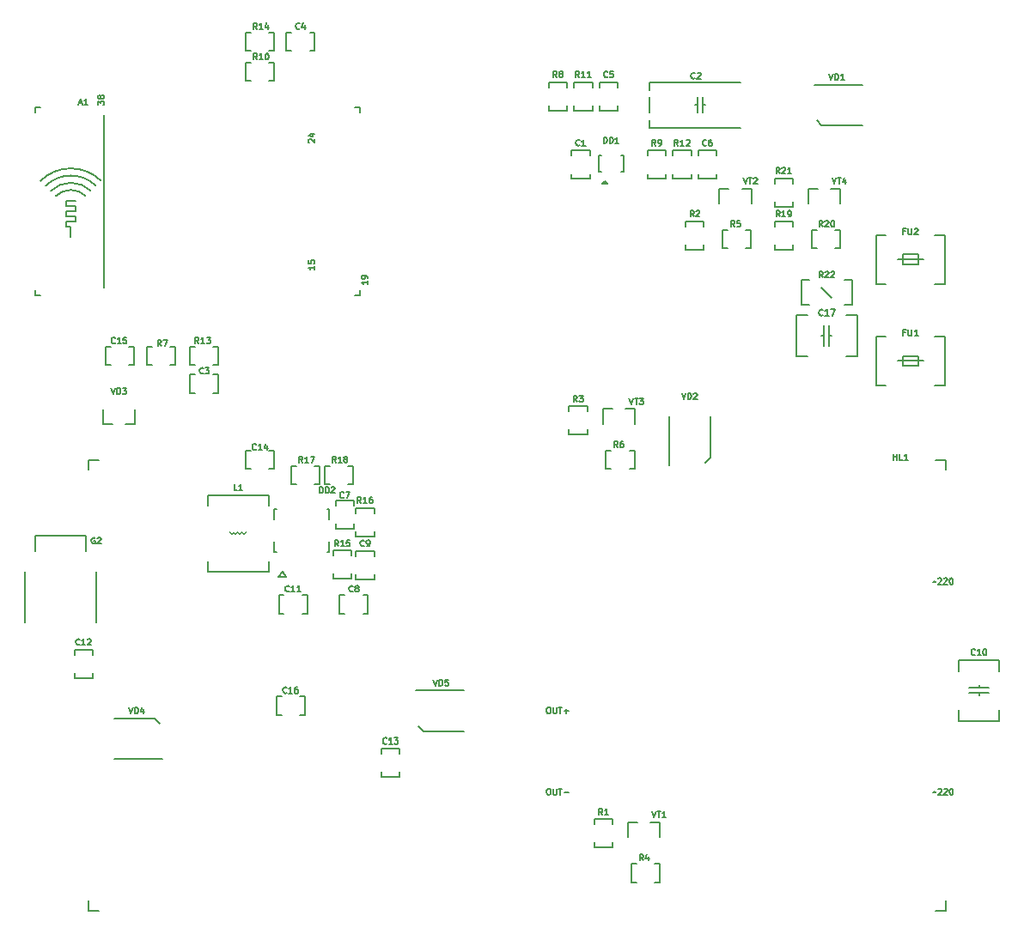
<source format=gbr>
G04 #@! TF.GenerationSoftware,KiCad,Pcbnew,(5.1.2-1)-1*
G04 #@! TF.CreationDate,2020-09-08T18:19:47+03:00*
G04 #@! TF.ProjectId,UAK_0,55414b5f-302e-46b6-9963-61645f706362,rev?*
G04 #@! TF.SameCoordinates,Original*
G04 #@! TF.FileFunction,Legend,Top*
G04 #@! TF.FilePolarity,Positive*
%FSLAX46Y46*%
G04 Gerber Fmt 4.6, Leading zero omitted, Abs format (unit mm)*
G04 Created by KiCad (PCBNEW (5.1.2-1)-1) date 2020-09-08 18:19:47*
%MOMM*%
%LPD*%
G04 APERTURE LIST*
%ADD10C,0.150000*%
G04 APERTURE END LIST*
D10*
X160350000Y-73600000D02*
X160350000Y-76400000D01*
X167150000Y-73600000D02*
X167150000Y-76400000D01*
X163000000Y-75500000D02*
X163000000Y-74500000D01*
X164500000Y-75500000D02*
X163000000Y-75500000D01*
X164500000Y-74500000D02*
X164500000Y-75500000D01*
X163000000Y-74500000D02*
X164500000Y-74500000D01*
X162500000Y-75000000D02*
X165000000Y-75000000D01*
X160350000Y-72600000D02*
X161350000Y-72600000D01*
X160350000Y-72600000D02*
X160350000Y-73600000D01*
X160350000Y-77400000D02*
X160350000Y-76400000D01*
X160350000Y-77400000D02*
X161350000Y-77400000D01*
X167150000Y-77400000D02*
X167150000Y-76400000D01*
X167150000Y-77400000D02*
X166150000Y-77400000D01*
X167150000Y-72600000D02*
X167150000Y-73600000D01*
X167150000Y-72600000D02*
X166150000Y-72600000D01*
X167250000Y-139250000D02*
X167250000Y-138250000D01*
X167250000Y-139250000D02*
X166250000Y-139250000D01*
X82750000Y-139250000D02*
X83750000Y-139250000D01*
X82750000Y-139250000D02*
X82750000Y-138250000D01*
X82750000Y-94750000D02*
X82750000Y-95750000D01*
X82750000Y-94750000D02*
X83750000Y-94750000D01*
X167250000Y-94750000D02*
X167250000Y-95750000D01*
X167250000Y-94750000D02*
X166250000Y-94750000D01*
X153670000Y-67990000D02*
X153670000Y-69450000D01*
X156830000Y-67990000D02*
X156830000Y-69450000D01*
X153670000Y-67990000D02*
X154600000Y-67990000D01*
X156830000Y-67990000D02*
X155900000Y-67990000D01*
X155500000Y-78250000D02*
X155000000Y-77750000D01*
X155500000Y-78250000D02*
X156000000Y-78750000D01*
X158000000Y-79500000D02*
X158000000Y-77000000D01*
X153000000Y-79500000D02*
X153000000Y-77000000D01*
X153000000Y-77000000D02*
X153750000Y-77000000D01*
X153750000Y-79500000D02*
X153000000Y-79500000D01*
X158000000Y-77000000D02*
X157250000Y-77000000D01*
X157250000Y-79500000D02*
X158000000Y-79500000D01*
X150350000Y-69800000D02*
X150350000Y-69300000D01*
X152150000Y-69800000D02*
X152150000Y-69300000D01*
X152150000Y-69800000D02*
X150350000Y-69800000D01*
X150350000Y-67000000D02*
X150350000Y-67500000D01*
X152150000Y-67000000D02*
X150350000Y-67000000D01*
X152150000Y-67000000D02*
X152150000Y-67500000D01*
X156800000Y-73900000D02*
X156300000Y-73900000D01*
X156800000Y-72100000D02*
X156300000Y-72100000D01*
X156800000Y-72100000D02*
X156800000Y-73900000D01*
X154000000Y-73900000D02*
X154500000Y-73900000D01*
X154000000Y-72100000D02*
X154000000Y-73900000D01*
X154000000Y-72100000D02*
X154500000Y-72100000D01*
X150350000Y-74050000D02*
X150350000Y-73550000D01*
X152150000Y-74050000D02*
X152150000Y-73550000D01*
X152150000Y-74050000D02*
X150350000Y-74050000D01*
X150350000Y-71250000D02*
X150350000Y-71750000D01*
X152150000Y-71250000D02*
X150350000Y-71250000D01*
X152150000Y-71250000D02*
X152150000Y-71750000D01*
X158500000Y-84500000D02*
X157400000Y-84500000D01*
X158500000Y-80500000D02*
X158500000Y-84500000D01*
X152500000Y-80500000D02*
X152500000Y-84500000D01*
X152500000Y-80500000D02*
X153600000Y-80500000D01*
X152500000Y-84500000D02*
X153600000Y-84500000D01*
X158500000Y-80500000D02*
X157400000Y-80500000D01*
X155750000Y-81500000D02*
X155750000Y-83500000D01*
X155250000Y-81500000D02*
X155250000Y-83500000D01*
X155750000Y-82500000D02*
X156000000Y-82500000D01*
X155250000Y-82500000D02*
X155000000Y-82500000D01*
X119750000Y-117500000D02*
X115000000Y-117500000D01*
X115250000Y-121000000D02*
X115750000Y-121500000D01*
X119750000Y-121500000D02*
X115750000Y-121500000D01*
X85250000Y-124250000D02*
X90000000Y-124250000D01*
X89750000Y-120750000D02*
X89250000Y-120250000D01*
X85250000Y-120250000D02*
X89250000Y-120250000D01*
X140350000Y-67050000D02*
X140350000Y-66550000D01*
X142150000Y-67050000D02*
X142150000Y-66550000D01*
X142150000Y-67050000D02*
X140350000Y-67050000D01*
X140350000Y-64250000D02*
X140350000Y-64750000D01*
X142150000Y-64250000D02*
X140350000Y-64250000D01*
X142150000Y-64250000D02*
X142150000Y-64750000D01*
X137850000Y-67050000D02*
X137850000Y-66550000D01*
X139650000Y-67050000D02*
X139650000Y-66550000D01*
X139650000Y-67050000D02*
X137850000Y-67050000D01*
X137850000Y-64250000D02*
X137850000Y-64750000D01*
X139650000Y-64250000D02*
X137850000Y-64250000D01*
X139650000Y-64250000D02*
X139650000Y-64750000D01*
X133600000Y-67250000D02*
X133350000Y-67500000D01*
X135500000Y-64700000D02*
X135500000Y-66300000D01*
X135500000Y-66300000D02*
X135250000Y-66300000D01*
X135250000Y-64700000D02*
X135500000Y-64700000D01*
X133000000Y-64700000D02*
X133250000Y-64700000D01*
X133000000Y-66300000D02*
X133000000Y-64700000D01*
X133250000Y-66300000D02*
X133000000Y-66300000D01*
X133850000Y-67500000D02*
X133350000Y-67500000D01*
X133600000Y-67250000D02*
X133850000Y-67500000D01*
X133600000Y-67250000D02*
X133600000Y-67500000D01*
X142850000Y-67050000D02*
X142850000Y-66550000D01*
X144650000Y-67050000D02*
X144650000Y-66550000D01*
X144650000Y-67050000D02*
X142850000Y-67050000D01*
X142850000Y-64250000D02*
X142850000Y-64750000D01*
X144650000Y-64250000D02*
X142850000Y-64250000D01*
X144650000Y-64250000D02*
X144650000Y-64750000D01*
X138000000Y-59000000D02*
X138000000Y-60500000D01*
X138000000Y-62000000D02*
X147000000Y-62000000D01*
X138000000Y-62000000D02*
X138000000Y-61250000D01*
X138000000Y-57500000D02*
X138000000Y-58250000D01*
X138000000Y-57500000D02*
X147000000Y-57500000D01*
X143250000Y-59750000D02*
X143500000Y-59750000D01*
X142750000Y-59750000D02*
X142500000Y-59750000D01*
X143250000Y-59000000D02*
X143250000Y-60500000D01*
X142750000Y-59000000D02*
X142750000Y-60500000D01*
X130350000Y-67050000D02*
X130350000Y-66550000D01*
X132150000Y-67050000D02*
X132150000Y-66550000D01*
X132150000Y-67050000D02*
X130350000Y-67050000D01*
X130350000Y-64250000D02*
X130350000Y-64750000D01*
X132150000Y-64250000D02*
X130350000Y-64250000D01*
X132150000Y-64250000D02*
X132150000Y-64750000D01*
X133420000Y-89740000D02*
X133420000Y-91200000D01*
X136580000Y-89740000D02*
X136580000Y-91200000D01*
X133420000Y-89740000D02*
X134350000Y-89740000D01*
X136580000Y-89740000D02*
X135650000Y-89740000D01*
X144920000Y-67990000D02*
X144920000Y-69450000D01*
X148080000Y-67990000D02*
X148080000Y-69450000D01*
X144920000Y-67990000D02*
X145850000Y-67990000D01*
X148080000Y-67990000D02*
X147150000Y-67990000D01*
X135920000Y-130490000D02*
X135920000Y-131950000D01*
X139080000Y-130490000D02*
X139080000Y-131950000D01*
X135920000Y-130490000D02*
X136850000Y-130490000D01*
X139080000Y-130490000D02*
X138150000Y-130490000D01*
X140000000Y-90500000D02*
X140000000Y-95250000D01*
X143500000Y-95000000D02*
X144000000Y-94500000D01*
X144000000Y-90500000D02*
X144000000Y-94500000D01*
X159000000Y-57750000D02*
X154250000Y-57750000D01*
X154500000Y-61250000D02*
X155000000Y-61750000D01*
X159000000Y-61750000D02*
X155000000Y-61750000D01*
X130600000Y-60300000D02*
X130600000Y-59800000D01*
X132400000Y-60300000D02*
X132400000Y-59800000D01*
X132400000Y-60300000D02*
X130600000Y-60300000D01*
X130600000Y-57500000D02*
X130600000Y-58000000D01*
X132400000Y-57500000D02*
X130600000Y-57500000D01*
X132400000Y-57500000D02*
X132400000Y-58000000D01*
X128100000Y-60300000D02*
X128100000Y-59800000D01*
X129900000Y-60300000D02*
X129900000Y-59800000D01*
X129900000Y-60300000D02*
X128100000Y-60300000D01*
X128100000Y-57500000D02*
X128100000Y-58000000D01*
X129900000Y-57500000D02*
X128100000Y-57500000D01*
X129900000Y-57500000D02*
X129900000Y-58000000D01*
X136550000Y-95650000D02*
X136050000Y-95650000D01*
X136550000Y-93850000D02*
X136050000Y-93850000D01*
X136550000Y-93850000D02*
X136550000Y-95650000D01*
X133750000Y-95650000D02*
X134250000Y-95650000D01*
X133750000Y-93850000D02*
X133750000Y-95650000D01*
X133750000Y-93850000D02*
X134250000Y-93850000D01*
X148050000Y-73900000D02*
X147550000Y-73900000D01*
X148050000Y-72100000D02*
X147550000Y-72100000D01*
X148050000Y-72100000D02*
X148050000Y-73900000D01*
X145250000Y-73900000D02*
X145750000Y-73900000D01*
X145250000Y-72100000D02*
X145250000Y-73900000D01*
X145250000Y-72100000D02*
X145750000Y-72100000D01*
X139050000Y-136400000D02*
X138550000Y-136400000D01*
X139050000Y-134600000D02*
X138550000Y-134600000D01*
X139050000Y-134600000D02*
X139050000Y-136400000D01*
X136250000Y-136400000D02*
X136750000Y-136400000D01*
X136250000Y-134600000D02*
X136250000Y-136400000D01*
X136250000Y-134600000D02*
X136750000Y-134600000D01*
X131900000Y-89450000D02*
X131900000Y-89950000D01*
X130100000Y-89450000D02*
X130100000Y-89950000D01*
X130100000Y-89450000D02*
X131900000Y-89450000D01*
X131900000Y-92250000D02*
X131900000Y-91750000D01*
X130100000Y-92250000D02*
X131900000Y-92250000D01*
X130100000Y-92250000D02*
X130100000Y-91750000D01*
X141600000Y-74050000D02*
X141600000Y-73550000D01*
X143400000Y-74050000D02*
X143400000Y-73550000D01*
X143400000Y-74050000D02*
X141600000Y-74050000D01*
X141600000Y-71250000D02*
X141600000Y-71750000D01*
X143400000Y-71250000D02*
X141600000Y-71250000D01*
X143400000Y-71250000D02*
X143400000Y-71750000D01*
X134400000Y-130200000D02*
X134400000Y-130700000D01*
X132600000Y-130200000D02*
X132600000Y-130700000D01*
X132600000Y-130200000D02*
X134400000Y-130200000D01*
X134400000Y-133000000D02*
X134400000Y-132500000D01*
X132600000Y-133000000D02*
X134400000Y-133000000D01*
X132600000Y-133000000D02*
X132600000Y-132500000D01*
X133100000Y-60300000D02*
X133100000Y-59800000D01*
X134900000Y-60300000D02*
X134900000Y-59800000D01*
X134900000Y-60300000D02*
X133100000Y-60300000D01*
X133100000Y-57500000D02*
X133100000Y-58000000D01*
X134900000Y-57500000D02*
X133100000Y-57500000D01*
X134900000Y-57500000D02*
X134900000Y-58000000D01*
X105050000Y-54400000D02*
X104550000Y-54400000D01*
X105050000Y-52600000D02*
X104550000Y-52600000D01*
X105050000Y-52600000D02*
X105050000Y-54400000D01*
X102250000Y-54400000D02*
X102750000Y-54400000D01*
X102250000Y-52600000D02*
X102250000Y-54400000D01*
X102250000Y-52600000D02*
X102750000Y-52600000D01*
X95550000Y-88150000D02*
X95050000Y-88150000D01*
X95550000Y-86350000D02*
X95050000Y-86350000D01*
X95550000Y-86350000D02*
X95550000Y-88150000D01*
X92750000Y-88150000D02*
X93250000Y-88150000D01*
X92750000Y-86350000D02*
X92750000Y-88150000D01*
X92750000Y-86350000D02*
X93250000Y-86350000D01*
X87330000Y-91260000D02*
X87330000Y-89800000D01*
X84170000Y-91260000D02*
X84170000Y-89800000D01*
X87330000Y-91260000D02*
X86400000Y-91260000D01*
X84170000Y-91260000D02*
X85100000Y-91260000D01*
X101050000Y-54400000D02*
X100550000Y-54400000D01*
X101050000Y-52600000D02*
X100550000Y-52600000D01*
X101050000Y-52600000D02*
X101050000Y-54400000D01*
X98250000Y-54400000D02*
X98750000Y-54400000D01*
X98250000Y-52600000D02*
X98250000Y-54400000D01*
X98250000Y-52600000D02*
X98750000Y-52600000D01*
X92700000Y-83600000D02*
X93200000Y-83600000D01*
X92700000Y-85400000D02*
X93200000Y-85400000D01*
X92700000Y-85400000D02*
X92700000Y-83600000D01*
X95500000Y-83600000D02*
X95000000Y-83600000D01*
X95500000Y-85400000D02*
X95500000Y-83600000D01*
X95500000Y-85400000D02*
X95000000Y-85400000D01*
X101050000Y-57400000D02*
X100550000Y-57400000D01*
X101050000Y-55600000D02*
X100550000Y-55600000D01*
X101050000Y-55600000D02*
X101050000Y-57400000D01*
X98250000Y-57400000D02*
X98750000Y-57400000D01*
X98250000Y-55600000D02*
X98250000Y-57400000D01*
X98250000Y-55600000D02*
X98750000Y-55600000D01*
X91300000Y-85400000D02*
X90800000Y-85400000D01*
X91300000Y-83600000D02*
X90800000Y-83600000D01*
X91300000Y-83600000D02*
X91300000Y-85400000D01*
X88500000Y-85400000D02*
X89000000Y-85400000D01*
X88500000Y-83600000D02*
X88500000Y-85400000D01*
X88500000Y-83600000D02*
X89000000Y-83600000D01*
X108800000Y-97150000D02*
X108300000Y-97150000D01*
X108800000Y-95350000D02*
X108300000Y-95350000D01*
X108800000Y-95350000D02*
X108800000Y-97150000D01*
X106000000Y-97150000D02*
X106500000Y-97150000D01*
X106000000Y-95350000D02*
X106000000Y-97150000D01*
X106000000Y-95350000D02*
X106500000Y-95350000D01*
X105550000Y-97150000D02*
X105050000Y-97150000D01*
X105550000Y-95350000D02*
X105050000Y-95350000D01*
X105550000Y-95350000D02*
X105550000Y-97150000D01*
X102750000Y-97150000D02*
X103250000Y-97150000D01*
X102750000Y-95350000D02*
X102750000Y-97150000D01*
X102750000Y-95350000D02*
X103250000Y-95350000D01*
X109100000Y-102300000D02*
X109100000Y-101800000D01*
X110900000Y-102300000D02*
X110900000Y-101800000D01*
X110900000Y-102300000D02*
X109100000Y-102300000D01*
X109100000Y-99500000D02*
X109100000Y-100000000D01*
X110900000Y-99500000D02*
X109100000Y-99500000D01*
X110900000Y-99500000D02*
X110900000Y-100000000D01*
X108650000Y-103700000D02*
X108650000Y-104200000D01*
X106850000Y-103700000D02*
X106850000Y-104200000D01*
X106850000Y-103700000D02*
X108650000Y-103700000D01*
X108650000Y-106500000D02*
X108650000Y-106000000D01*
X106850000Y-106500000D02*
X108650000Y-106500000D01*
X106850000Y-106500000D02*
X106850000Y-106000000D01*
X94500000Y-98250000D02*
X94500000Y-99250000D01*
X94500000Y-98250000D02*
X100500000Y-98250000D01*
X100500000Y-98250000D02*
X100500000Y-99250000D01*
X100500000Y-105750000D02*
X94500000Y-105750000D01*
X94500000Y-105750000D02*
X94500000Y-104750000D01*
X97850000Y-101900000D02*
G75*
G03X98050000Y-102100000I200000J0D01*
G01*
X98050000Y-102100000D02*
G75*
G03X98250000Y-101900000I0J200000D01*
G01*
X100500000Y-105750000D02*
X100500000Y-104750000D01*
X96650000Y-101900000D02*
G75*
G03X96850000Y-102100000I200000J0D01*
G01*
X96850000Y-102100000D02*
G75*
G03X97050000Y-101900000I0J200000D01*
G01*
X97050000Y-101900000D02*
G75*
G03X97250000Y-102100000I200000J0D01*
G01*
X97250000Y-102100000D02*
G75*
G03X97450000Y-101900000I0J200000D01*
G01*
X97650000Y-102100000D02*
G75*
G03X97850000Y-101900000I0J200000D01*
G01*
X97450000Y-101900000D02*
G75*
G03X97650000Y-102100000I200000J0D01*
G01*
X83500000Y-105750000D02*
X83500000Y-110750000D01*
X76500000Y-105750000D02*
X76500000Y-110750000D01*
X77500000Y-102250000D02*
X77500000Y-103750000D01*
X82500000Y-103750000D02*
X82500000Y-102250000D01*
X77500000Y-102250000D02*
X82500000Y-102250000D01*
X167150000Y-86400000D02*
X167150000Y-83600000D01*
X160350000Y-86400000D02*
X160350000Y-83600000D01*
X164500000Y-84500000D02*
X164500000Y-85500000D01*
X163000000Y-84500000D02*
X164500000Y-84500000D01*
X163000000Y-85500000D02*
X163000000Y-84500000D01*
X164500000Y-85500000D02*
X163000000Y-85500000D01*
X165000000Y-85000000D02*
X162500000Y-85000000D01*
X167150000Y-87400000D02*
X166150000Y-87400000D01*
X167150000Y-87400000D02*
X167150000Y-86400000D01*
X167150000Y-82600000D02*
X167150000Y-83600000D01*
X167150000Y-82600000D02*
X166150000Y-82600000D01*
X160350000Y-82600000D02*
X160350000Y-83600000D01*
X160350000Y-82600000D02*
X161350000Y-82600000D01*
X160350000Y-87400000D02*
X160350000Y-86400000D01*
X160350000Y-87400000D02*
X161350000Y-87400000D01*
X102250000Y-106300000D02*
X101450000Y-106300000D01*
X101850000Y-105800000D02*
X102250000Y-106300000D01*
X101850000Y-105800000D02*
X101450000Y-106300000D01*
X101050000Y-103850000D02*
X101050000Y-102850000D01*
X101250000Y-103850000D02*
X101050000Y-103850000D01*
X101050000Y-99650000D02*
X101050000Y-100650000D01*
X101250000Y-99650000D02*
X101050000Y-99650000D01*
X106450000Y-99650000D02*
X106450000Y-100650000D01*
X106250000Y-99650000D02*
X106450000Y-99650000D01*
X106450000Y-103850000D02*
X106450000Y-102850000D01*
X106250000Y-103850000D02*
X106450000Y-103850000D01*
X84450000Y-83600000D02*
X84950000Y-83600000D01*
X84450000Y-85400000D02*
X84950000Y-85400000D01*
X84450000Y-85400000D02*
X84450000Y-83600000D01*
X87250000Y-83600000D02*
X86750000Y-83600000D01*
X87250000Y-85400000D02*
X87250000Y-83600000D01*
X87250000Y-85400000D02*
X86750000Y-85400000D01*
X101050000Y-95650000D02*
X100550000Y-95650000D01*
X101050000Y-93850000D02*
X100550000Y-93850000D01*
X101050000Y-93850000D02*
X101050000Y-95650000D01*
X98250000Y-95650000D02*
X98750000Y-95650000D01*
X98250000Y-93850000D02*
X98250000Y-95650000D01*
X98250000Y-93850000D02*
X98750000Y-93850000D01*
X104050000Y-119900000D02*
X103550000Y-119900000D01*
X104050000Y-118100000D02*
X103550000Y-118100000D01*
X104050000Y-118100000D02*
X104050000Y-119900000D01*
X101250000Y-119900000D02*
X101750000Y-119900000D01*
X101250000Y-118100000D02*
X101250000Y-119900000D01*
X101250000Y-118100000D02*
X101750000Y-118100000D01*
X81350000Y-116300000D02*
X81350000Y-115800000D01*
X83150000Y-116300000D02*
X83150000Y-115800000D01*
X83150000Y-116300000D02*
X81350000Y-116300000D01*
X81350000Y-113500000D02*
X81350000Y-114000000D01*
X83150000Y-113500000D02*
X81350000Y-113500000D01*
X83150000Y-113500000D02*
X83150000Y-114000000D01*
X111600000Y-126050000D02*
X111600000Y-125550000D01*
X113400000Y-126050000D02*
X113400000Y-125550000D01*
X113400000Y-126050000D02*
X111600000Y-126050000D01*
X111600000Y-123250000D02*
X111600000Y-123750000D01*
X113400000Y-123250000D02*
X111600000Y-123250000D01*
X113400000Y-123250000D02*
X113400000Y-123750000D01*
X104300000Y-109900000D02*
X103800000Y-109900000D01*
X104300000Y-108100000D02*
X103800000Y-108100000D01*
X104300000Y-108100000D02*
X104300000Y-109900000D01*
X101500000Y-109900000D02*
X102000000Y-109900000D01*
X101500000Y-108100000D02*
X101500000Y-109900000D01*
X101500000Y-108100000D02*
X102000000Y-108100000D01*
X172500000Y-114500000D02*
X172500000Y-115600000D01*
X168500000Y-114500000D02*
X172500000Y-114500000D01*
X168500000Y-120500000D02*
X172500000Y-120500000D01*
X168500000Y-120500000D02*
X168500000Y-119400000D01*
X172500000Y-120500000D02*
X172500000Y-119400000D01*
X168500000Y-114500000D02*
X168500000Y-115600000D01*
X169500000Y-117250000D02*
X171500000Y-117250000D01*
X169500000Y-117750000D02*
X171500000Y-117750000D01*
X170500000Y-117250000D02*
X170500000Y-117000000D01*
X170500000Y-117750000D02*
X170500000Y-118000000D01*
X109100000Y-106550000D02*
X109100000Y-106050000D01*
X110900000Y-106550000D02*
X110900000Y-106050000D01*
X110900000Y-106550000D02*
X109100000Y-106550000D01*
X109100000Y-103750000D02*
X109100000Y-104250000D01*
X110900000Y-103750000D02*
X109100000Y-103750000D01*
X110900000Y-103750000D02*
X110900000Y-104250000D01*
X110300000Y-109900000D02*
X109800000Y-109900000D01*
X110300000Y-108100000D02*
X109800000Y-108100000D01*
X110300000Y-108100000D02*
X110300000Y-109900000D01*
X107500000Y-109900000D02*
X108000000Y-109900000D01*
X107500000Y-108100000D02*
X107500000Y-109900000D01*
X107500000Y-108100000D02*
X108000000Y-108100000D01*
X107100000Y-101550000D02*
X107100000Y-101050000D01*
X108900000Y-101550000D02*
X108900000Y-101050000D01*
X108900000Y-101550000D02*
X107100000Y-101550000D01*
X107100000Y-98750000D02*
X107100000Y-99250000D01*
X108900000Y-98750000D02*
X107100000Y-98750000D01*
X108900000Y-98750000D02*
X108900000Y-99250000D01*
X109500000Y-60000000D02*
X109500000Y-60500000D01*
X109500000Y-60000000D02*
X109000000Y-60000000D01*
X109500000Y-78500000D02*
X109500000Y-78000000D01*
X109500000Y-78500000D02*
X109000000Y-78500000D01*
X78000001Y-67250001D02*
G75*
G02X83999999Y-67250001I2999999J-2999999D01*
G01*
X78500001Y-67750001D02*
G75*
G02X83499999Y-67750001I2499999J-2499999D01*
G01*
X79000001Y-68250001D02*
G75*
G02X82999999Y-68250001I1999999J-1999999D01*
G01*
X79500001Y-68750001D02*
G75*
G02X82499999Y-68750001I1499999J-1499999D01*
G01*
X80500000Y-69250000D02*
X81500000Y-69250000D01*
X80500000Y-69750000D02*
X80500000Y-69250000D01*
X81500000Y-69750000D02*
X80500000Y-69750000D01*
X81500000Y-70250000D02*
X81500000Y-69750000D01*
X80500000Y-70250000D02*
X81500000Y-70250000D01*
X80500000Y-70750000D02*
X80500000Y-70250000D01*
X81500000Y-70750000D02*
X80500000Y-70750000D01*
X81500000Y-71250000D02*
X81500000Y-70750000D01*
X80500000Y-71250000D02*
X81500000Y-71250000D01*
X80500000Y-71750000D02*
X80500000Y-71250000D01*
X81000000Y-71750000D02*
X80500000Y-71750000D01*
X81000000Y-72750000D02*
X81000000Y-71750000D01*
X84250000Y-77750000D02*
X84250000Y-60750000D01*
X77500000Y-60000000D02*
X78000000Y-60000000D01*
X77500000Y-60000000D02*
X77500000Y-60500000D01*
X77500000Y-78500000D02*
X77500000Y-78000000D01*
X77500000Y-78500000D02*
X78000000Y-78500000D01*
X163235714Y-72207142D02*
X163035714Y-72207142D01*
X163035714Y-72521428D02*
X163035714Y-71921428D01*
X163321428Y-71921428D01*
X163550000Y-71921428D02*
X163550000Y-72407142D01*
X163578571Y-72464285D01*
X163607142Y-72492857D01*
X163664285Y-72521428D01*
X163778571Y-72521428D01*
X163835714Y-72492857D01*
X163864285Y-72464285D01*
X163892857Y-72407142D01*
X163892857Y-71921428D01*
X164150000Y-71978571D02*
X164178571Y-71950000D01*
X164235714Y-71921428D01*
X164378571Y-71921428D01*
X164435714Y-71950000D01*
X164464285Y-71978571D01*
X164492857Y-72035714D01*
X164492857Y-72092857D01*
X164464285Y-72178571D01*
X164121428Y-72521428D01*
X164492857Y-72521428D01*
X162050000Y-94771428D02*
X162050000Y-94171428D01*
X162050000Y-94457142D02*
X162392857Y-94457142D01*
X162392857Y-94771428D02*
X162392857Y-94171428D01*
X162964285Y-94771428D02*
X162678571Y-94771428D01*
X162678571Y-94171428D01*
X163478571Y-94771428D02*
X163135714Y-94771428D01*
X163307142Y-94771428D02*
X163307142Y-94171428D01*
X163250000Y-94257142D01*
X163192857Y-94314285D01*
X163135714Y-94342857D01*
X156035714Y-66921428D02*
X156235714Y-67521428D01*
X156435714Y-66921428D01*
X156550000Y-66921428D02*
X156892857Y-66921428D01*
X156721428Y-67521428D02*
X156721428Y-66921428D01*
X157350000Y-67121428D02*
X157350000Y-67521428D01*
X157207142Y-66892857D02*
X157064285Y-67321428D01*
X157435714Y-67321428D01*
X155114285Y-76771428D02*
X154914285Y-76485714D01*
X154771428Y-76771428D02*
X154771428Y-76171428D01*
X155000000Y-76171428D01*
X155057142Y-76200000D01*
X155085714Y-76228571D01*
X155114285Y-76285714D01*
X155114285Y-76371428D01*
X155085714Y-76428571D01*
X155057142Y-76457142D01*
X155000000Y-76485714D01*
X154771428Y-76485714D01*
X155342857Y-76228571D02*
X155371428Y-76200000D01*
X155428571Y-76171428D01*
X155571428Y-76171428D01*
X155628571Y-76200000D01*
X155657142Y-76228571D01*
X155685714Y-76285714D01*
X155685714Y-76342857D01*
X155657142Y-76428571D01*
X155314285Y-76771428D01*
X155685714Y-76771428D01*
X155914285Y-76228571D02*
X155942857Y-76200000D01*
X156000000Y-76171428D01*
X156142857Y-76171428D01*
X156200000Y-76200000D01*
X156228571Y-76228571D01*
X156257142Y-76285714D01*
X156257142Y-76342857D01*
X156228571Y-76428571D01*
X155885714Y-76771428D01*
X156257142Y-76771428D01*
X150864285Y-66521428D02*
X150664285Y-66235714D01*
X150521428Y-66521428D02*
X150521428Y-65921428D01*
X150750000Y-65921428D01*
X150807142Y-65950000D01*
X150835714Y-65978571D01*
X150864285Y-66035714D01*
X150864285Y-66121428D01*
X150835714Y-66178571D01*
X150807142Y-66207142D01*
X150750000Y-66235714D01*
X150521428Y-66235714D01*
X151092857Y-65978571D02*
X151121428Y-65950000D01*
X151178571Y-65921428D01*
X151321428Y-65921428D01*
X151378571Y-65950000D01*
X151407142Y-65978571D01*
X151435714Y-66035714D01*
X151435714Y-66092857D01*
X151407142Y-66178571D01*
X151064285Y-66521428D01*
X151435714Y-66521428D01*
X152007142Y-66521428D02*
X151664285Y-66521428D01*
X151835714Y-66521428D02*
X151835714Y-65921428D01*
X151778571Y-66007142D01*
X151721428Y-66064285D01*
X151664285Y-66092857D01*
X155114285Y-71771428D02*
X154914285Y-71485714D01*
X154771428Y-71771428D02*
X154771428Y-71171428D01*
X155000000Y-71171428D01*
X155057142Y-71200000D01*
X155085714Y-71228571D01*
X155114285Y-71285714D01*
X155114285Y-71371428D01*
X155085714Y-71428571D01*
X155057142Y-71457142D01*
X155000000Y-71485714D01*
X154771428Y-71485714D01*
X155342857Y-71228571D02*
X155371428Y-71200000D01*
X155428571Y-71171428D01*
X155571428Y-71171428D01*
X155628571Y-71200000D01*
X155657142Y-71228571D01*
X155685714Y-71285714D01*
X155685714Y-71342857D01*
X155657142Y-71428571D01*
X155314285Y-71771428D01*
X155685714Y-71771428D01*
X156057142Y-71171428D02*
X156114285Y-71171428D01*
X156171428Y-71200000D01*
X156200000Y-71228571D01*
X156228571Y-71285714D01*
X156257142Y-71400000D01*
X156257142Y-71542857D01*
X156228571Y-71657142D01*
X156200000Y-71714285D01*
X156171428Y-71742857D01*
X156114285Y-71771428D01*
X156057142Y-71771428D01*
X156000000Y-71742857D01*
X155971428Y-71714285D01*
X155942857Y-71657142D01*
X155914285Y-71542857D01*
X155914285Y-71400000D01*
X155942857Y-71285714D01*
X155971428Y-71228571D01*
X156000000Y-71200000D01*
X156057142Y-71171428D01*
X150864285Y-70771428D02*
X150664285Y-70485714D01*
X150521428Y-70771428D02*
X150521428Y-70171428D01*
X150750000Y-70171428D01*
X150807142Y-70200000D01*
X150835714Y-70228571D01*
X150864285Y-70285714D01*
X150864285Y-70371428D01*
X150835714Y-70428571D01*
X150807142Y-70457142D01*
X150750000Y-70485714D01*
X150521428Y-70485714D01*
X151435714Y-70771428D02*
X151092857Y-70771428D01*
X151264285Y-70771428D02*
X151264285Y-70171428D01*
X151207142Y-70257142D01*
X151150000Y-70314285D01*
X151092857Y-70342857D01*
X151721428Y-70771428D02*
X151835714Y-70771428D01*
X151892857Y-70742857D01*
X151921428Y-70714285D01*
X151978571Y-70628571D01*
X152007142Y-70514285D01*
X152007142Y-70285714D01*
X151978571Y-70228571D01*
X151950000Y-70200000D01*
X151892857Y-70171428D01*
X151778571Y-70171428D01*
X151721428Y-70200000D01*
X151692857Y-70228571D01*
X151664285Y-70285714D01*
X151664285Y-70428571D01*
X151692857Y-70485714D01*
X151721428Y-70514285D01*
X151778571Y-70542857D01*
X151892857Y-70542857D01*
X151950000Y-70514285D01*
X151978571Y-70485714D01*
X152007142Y-70428571D01*
X155114285Y-80464285D02*
X155085714Y-80492857D01*
X155000000Y-80521428D01*
X154942857Y-80521428D01*
X154857142Y-80492857D01*
X154800000Y-80435714D01*
X154771428Y-80378571D01*
X154742857Y-80264285D01*
X154742857Y-80178571D01*
X154771428Y-80064285D01*
X154800000Y-80007142D01*
X154857142Y-79950000D01*
X154942857Y-79921428D01*
X155000000Y-79921428D01*
X155085714Y-79950000D01*
X155114285Y-79978571D01*
X155685714Y-80521428D02*
X155342857Y-80521428D01*
X155514285Y-80521428D02*
X155514285Y-79921428D01*
X155457142Y-80007142D01*
X155400000Y-80064285D01*
X155342857Y-80092857D01*
X155885714Y-79921428D02*
X156285714Y-79921428D01*
X156028571Y-80521428D01*
X116714285Y-116421428D02*
X116914285Y-117021428D01*
X117114285Y-116421428D01*
X117314285Y-117021428D02*
X117314285Y-116421428D01*
X117457142Y-116421428D01*
X117542857Y-116450000D01*
X117600000Y-116507142D01*
X117628571Y-116564285D01*
X117657142Y-116678571D01*
X117657142Y-116764285D01*
X117628571Y-116878571D01*
X117600000Y-116935714D01*
X117542857Y-116992857D01*
X117457142Y-117021428D01*
X117314285Y-117021428D01*
X118200000Y-116421428D02*
X117914285Y-116421428D01*
X117885714Y-116707142D01*
X117914285Y-116678571D01*
X117971428Y-116650000D01*
X118114285Y-116650000D01*
X118171428Y-116678571D01*
X118200000Y-116707142D01*
X118228571Y-116764285D01*
X118228571Y-116907142D01*
X118200000Y-116964285D01*
X118171428Y-116992857D01*
X118114285Y-117021428D01*
X117971428Y-117021428D01*
X117914285Y-116992857D01*
X117885714Y-116964285D01*
X86714285Y-119171428D02*
X86914285Y-119771428D01*
X87114285Y-119171428D01*
X87314285Y-119771428D02*
X87314285Y-119171428D01*
X87457142Y-119171428D01*
X87542857Y-119200000D01*
X87600000Y-119257142D01*
X87628571Y-119314285D01*
X87657142Y-119428571D01*
X87657142Y-119514285D01*
X87628571Y-119628571D01*
X87600000Y-119685714D01*
X87542857Y-119742857D01*
X87457142Y-119771428D01*
X87314285Y-119771428D01*
X88171428Y-119371428D02*
X88171428Y-119771428D01*
X88028571Y-119142857D02*
X87885714Y-119571428D01*
X88257142Y-119571428D01*
X140864285Y-63771428D02*
X140664285Y-63485714D01*
X140521428Y-63771428D02*
X140521428Y-63171428D01*
X140750000Y-63171428D01*
X140807142Y-63200000D01*
X140835714Y-63228571D01*
X140864285Y-63285714D01*
X140864285Y-63371428D01*
X140835714Y-63428571D01*
X140807142Y-63457142D01*
X140750000Y-63485714D01*
X140521428Y-63485714D01*
X141435714Y-63771428D02*
X141092857Y-63771428D01*
X141264285Y-63771428D02*
X141264285Y-63171428D01*
X141207142Y-63257142D01*
X141150000Y-63314285D01*
X141092857Y-63342857D01*
X141664285Y-63228571D02*
X141692857Y-63200000D01*
X141750000Y-63171428D01*
X141892857Y-63171428D01*
X141950000Y-63200000D01*
X141978571Y-63228571D01*
X142007142Y-63285714D01*
X142007142Y-63342857D01*
X141978571Y-63428571D01*
X141635714Y-63771428D01*
X142007142Y-63771428D01*
X138650000Y-63771428D02*
X138450000Y-63485714D01*
X138307142Y-63771428D02*
X138307142Y-63171428D01*
X138535714Y-63171428D01*
X138592857Y-63200000D01*
X138621428Y-63228571D01*
X138650000Y-63285714D01*
X138650000Y-63371428D01*
X138621428Y-63428571D01*
X138592857Y-63457142D01*
X138535714Y-63485714D01*
X138307142Y-63485714D01*
X138935714Y-63771428D02*
X139050000Y-63771428D01*
X139107142Y-63742857D01*
X139135714Y-63714285D01*
X139192857Y-63628571D01*
X139221428Y-63514285D01*
X139221428Y-63285714D01*
X139192857Y-63228571D01*
X139164285Y-63200000D01*
X139107142Y-63171428D01*
X138992857Y-63171428D01*
X138935714Y-63200000D01*
X138907142Y-63228571D01*
X138878571Y-63285714D01*
X138878571Y-63428571D01*
X138907142Y-63485714D01*
X138935714Y-63514285D01*
X138992857Y-63542857D01*
X139107142Y-63542857D01*
X139164285Y-63514285D01*
X139192857Y-63485714D01*
X139221428Y-63428571D01*
X133507142Y-63521428D02*
X133507142Y-62921428D01*
X133650000Y-62921428D01*
X133735714Y-62950000D01*
X133792857Y-63007142D01*
X133821428Y-63064285D01*
X133850000Y-63178571D01*
X133850000Y-63264285D01*
X133821428Y-63378571D01*
X133792857Y-63435714D01*
X133735714Y-63492857D01*
X133650000Y-63521428D01*
X133507142Y-63521428D01*
X134107142Y-63521428D02*
X134107142Y-62921428D01*
X134250000Y-62921428D01*
X134335714Y-62950000D01*
X134392857Y-63007142D01*
X134421428Y-63064285D01*
X134450000Y-63178571D01*
X134450000Y-63264285D01*
X134421428Y-63378571D01*
X134392857Y-63435714D01*
X134335714Y-63492857D01*
X134250000Y-63521428D01*
X134107142Y-63521428D01*
X135021428Y-63521428D02*
X134678571Y-63521428D01*
X134850000Y-63521428D02*
X134850000Y-62921428D01*
X134792857Y-63007142D01*
X134735714Y-63064285D01*
X134678571Y-63092857D01*
X143650000Y-63714285D02*
X143621428Y-63742857D01*
X143535714Y-63771428D01*
X143478571Y-63771428D01*
X143392857Y-63742857D01*
X143335714Y-63685714D01*
X143307142Y-63628571D01*
X143278571Y-63514285D01*
X143278571Y-63428571D01*
X143307142Y-63314285D01*
X143335714Y-63257142D01*
X143392857Y-63200000D01*
X143478571Y-63171428D01*
X143535714Y-63171428D01*
X143621428Y-63200000D01*
X143650000Y-63228571D01*
X144164285Y-63171428D02*
X144050000Y-63171428D01*
X143992857Y-63200000D01*
X143964285Y-63228571D01*
X143907142Y-63314285D01*
X143878571Y-63428571D01*
X143878571Y-63657142D01*
X143907142Y-63714285D01*
X143935714Y-63742857D01*
X143992857Y-63771428D01*
X144107142Y-63771428D01*
X144164285Y-63742857D01*
X144192857Y-63714285D01*
X144221428Y-63657142D01*
X144221428Y-63514285D01*
X144192857Y-63457142D01*
X144164285Y-63428571D01*
X144107142Y-63400000D01*
X143992857Y-63400000D01*
X143935714Y-63428571D01*
X143907142Y-63457142D01*
X143878571Y-63514285D01*
X142499999Y-57114284D02*
X142471427Y-57142856D01*
X142385713Y-57171427D01*
X142328570Y-57171427D01*
X142242856Y-57142856D01*
X142185713Y-57085713D01*
X142157141Y-57028570D01*
X142128570Y-56914284D01*
X142128570Y-56828570D01*
X142157141Y-56714284D01*
X142185713Y-56657141D01*
X142242856Y-56599999D01*
X142328570Y-56571427D01*
X142385713Y-56571427D01*
X142471427Y-56599999D01*
X142499999Y-56628570D01*
X142728570Y-56628570D02*
X142757141Y-56599999D01*
X142814284Y-56571427D01*
X142957141Y-56571427D01*
X143014284Y-56599999D01*
X143042856Y-56628570D01*
X143071427Y-56685713D01*
X143071427Y-56742856D01*
X143042856Y-56828570D01*
X142699999Y-57171427D01*
X143071427Y-57171427D01*
X131150000Y-63714285D02*
X131121428Y-63742857D01*
X131035714Y-63771428D01*
X130978571Y-63771428D01*
X130892857Y-63742857D01*
X130835714Y-63685714D01*
X130807142Y-63628571D01*
X130778571Y-63514285D01*
X130778571Y-63428571D01*
X130807142Y-63314285D01*
X130835714Y-63257142D01*
X130892857Y-63200000D01*
X130978571Y-63171428D01*
X131035714Y-63171428D01*
X131121428Y-63200000D01*
X131150000Y-63228571D01*
X131721428Y-63771428D02*
X131378571Y-63771428D01*
X131550000Y-63771428D02*
X131550000Y-63171428D01*
X131492857Y-63257142D01*
X131435714Y-63314285D01*
X131378571Y-63342857D01*
X136035714Y-88671428D02*
X136235714Y-89271428D01*
X136435714Y-88671428D01*
X136550000Y-88671428D02*
X136892857Y-88671428D01*
X136721428Y-89271428D02*
X136721428Y-88671428D01*
X137035714Y-88671428D02*
X137407142Y-88671428D01*
X137207142Y-88900000D01*
X137292857Y-88900000D01*
X137350000Y-88928571D01*
X137378571Y-88957142D01*
X137407142Y-89014285D01*
X137407142Y-89157142D01*
X137378571Y-89214285D01*
X137350000Y-89242857D01*
X137292857Y-89271428D01*
X137121428Y-89271428D01*
X137064285Y-89242857D01*
X137035714Y-89214285D01*
X147285714Y-66921428D02*
X147485714Y-67521428D01*
X147685714Y-66921428D01*
X147800000Y-66921428D02*
X148142857Y-66921428D01*
X147971428Y-67521428D02*
X147971428Y-66921428D01*
X148314285Y-66978571D02*
X148342857Y-66950000D01*
X148400000Y-66921428D01*
X148542857Y-66921428D01*
X148600000Y-66950000D01*
X148628571Y-66978571D01*
X148657142Y-67035714D01*
X148657142Y-67092857D01*
X148628571Y-67178571D01*
X148285714Y-67521428D01*
X148657142Y-67521428D01*
X138285714Y-129421428D02*
X138485714Y-130021428D01*
X138685714Y-129421428D01*
X138800000Y-129421428D02*
X139142857Y-129421428D01*
X138971428Y-130021428D02*
X138971428Y-129421428D01*
X139657142Y-130021428D02*
X139314285Y-130021428D01*
X139485714Y-130021428D02*
X139485714Y-129421428D01*
X139428571Y-129507142D01*
X139371428Y-129564285D01*
X139314285Y-129592857D01*
X141214285Y-88171428D02*
X141414285Y-88771428D01*
X141614285Y-88171428D01*
X141814285Y-88771428D02*
X141814285Y-88171428D01*
X141957142Y-88171428D01*
X142042857Y-88200000D01*
X142100000Y-88257142D01*
X142128571Y-88314285D01*
X142157142Y-88428571D01*
X142157142Y-88514285D01*
X142128571Y-88628571D01*
X142100000Y-88685714D01*
X142042857Y-88742857D01*
X141957142Y-88771428D01*
X141814285Y-88771428D01*
X142385714Y-88228571D02*
X142414285Y-88200000D01*
X142471428Y-88171428D01*
X142614285Y-88171428D01*
X142671428Y-88200000D01*
X142700000Y-88228571D01*
X142728571Y-88285714D01*
X142728571Y-88342857D01*
X142700000Y-88428571D01*
X142357142Y-88771428D01*
X142728571Y-88771428D01*
X155714285Y-56671428D02*
X155914285Y-57271428D01*
X156114285Y-56671428D01*
X156314285Y-57271428D02*
X156314285Y-56671428D01*
X156457142Y-56671428D01*
X156542857Y-56700000D01*
X156600000Y-56757142D01*
X156628571Y-56814285D01*
X156657142Y-56928571D01*
X156657142Y-57014285D01*
X156628571Y-57128571D01*
X156600000Y-57185714D01*
X156542857Y-57242857D01*
X156457142Y-57271428D01*
X156314285Y-57271428D01*
X157228571Y-57271428D02*
X156885714Y-57271428D01*
X157057142Y-57271428D02*
X157057142Y-56671428D01*
X157000000Y-56757142D01*
X156942857Y-56814285D01*
X156885714Y-56842857D01*
X131114285Y-57021428D02*
X130914285Y-56735714D01*
X130771428Y-57021428D02*
X130771428Y-56421428D01*
X131000000Y-56421428D01*
X131057142Y-56450000D01*
X131085714Y-56478571D01*
X131114285Y-56535714D01*
X131114285Y-56621428D01*
X131085714Y-56678571D01*
X131057142Y-56707142D01*
X131000000Y-56735714D01*
X130771428Y-56735714D01*
X131685714Y-57021428D02*
X131342857Y-57021428D01*
X131514285Y-57021428D02*
X131514285Y-56421428D01*
X131457142Y-56507142D01*
X131400000Y-56564285D01*
X131342857Y-56592857D01*
X132257142Y-57021428D02*
X131914285Y-57021428D01*
X132085714Y-57021428D02*
X132085714Y-56421428D01*
X132028571Y-56507142D01*
X131971428Y-56564285D01*
X131914285Y-56592857D01*
X128900000Y-57021428D02*
X128700000Y-56735714D01*
X128557142Y-57021428D02*
X128557142Y-56421428D01*
X128785714Y-56421428D01*
X128842857Y-56450000D01*
X128871428Y-56478571D01*
X128900000Y-56535714D01*
X128900000Y-56621428D01*
X128871428Y-56678571D01*
X128842857Y-56707142D01*
X128785714Y-56735714D01*
X128557142Y-56735714D01*
X129242857Y-56678571D02*
X129185714Y-56650000D01*
X129157142Y-56621428D01*
X129128571Y-56564285D01*
X129128571Y-56535714D01*
X129157142Y-56478571D01*
X129185714Y-56450000D01*
X129242857Y-56421428D01*
X129357142Y-56421428D01*
X129414285Y-56450000D01*
X129442857Y-56478571D01*
X129471428Y-56535714D01*
X129471428Y-56564285D01*
X129442857Y-56621428D01*
X129414285Y-56650000D01*
X129357142Y-56678571D01*
X129242857Y-56678571D01*
X129185714Y-56707142D01*
X129157142Y-56735714D01*
X129128571Y-56792857D01*
X129128571Y-56907142D01*
X129157142Y-56964285D01*
X129185714Y-56992857D01*
X129242857Y-57021428D01*
X129357142Y-57021428D01*
X129414285Y-56992857D01*
X129442857Y-56964285D01*
X129471428Y-56907142D01*
X129471428Y-56792857D01*
X129442857Y-56735714D01*
X129414285Y-56707142D01*
X129357142Y-56678571D01*
X134900000Y-93521428D02*
X134700000Y-93235714D01*
X134557142Y-93521428D02*
X134557142Y-92921428D01*
X134785714Y-92921428D01*
X134842857Y-92950000D01*
X134871428Y-92978571D01*
X134900000Y-93035714D01*
X134900000Y-93121428D01*
X134871428Y-93178571D01*
X134842857Y-93207142D01*
X134785714Y-93235714D01*
X134557142Y-93235714D01*
X135414285Y-92921428D02*
X135300000Y-92921428D01*
X135242857Y-92950000D01*
X135214285Y-92978571D01*
X135157142Y-93064285D01*
X135128571Y-93178571D01*
X135128571Y-93407142D01*
X135157142Y-93464285D01*
X135185714Y-93492857D01*
X135242857Y-93521428D01*
X135357142Y-93521428D01*
X135414285Y-93492857D01*
X135442857Y-93464285D01*
X135471428Y-93407142D01*
X135471428Y-93264285D01*
X135442857Y-93207142D01*
X135414285Y-93178571D01*
X135357142Y-93150000D01*
X135242857Y-93150000D01*
X135185714Y-93178571D01*
X135157142Y-93207142D01*
X135128571Y-93264285D01*
X146400000Y-71771428D02*
X146200000Y-71485714D01*
X146057142Y-71771428D02*
X146057142Y-71171428D01*
X146285714Y-71171428D01*
X146342857Y-71200000D01*
X146371428Y-71228571D01*
X146400000Y-71285714D01*
X146400000Y-71371428D01*
X146371428Y-71428571D01*
X146342857Y-71457142D01*
X146285714Y-71485714D01*
X146057142Y-71485714D01*
X146942857Y-71171428D02*
X146657142Y-71171428D01*
X146628571Y-71457142D01*
X146657142Y-71428571D01*
X146714285Y-71400000D01*
X146857142Y-71400000D01*
X146914285Y-71428571D01*
X146942857Y-71457142D01*
X146971428Y-71514285D01*
X146971428Y-71657142D01*
X146942857Y-71714285D01*
X146914285Y-71742857D01*
X146857142Y-71771428D01*
X146714285Y-71771428D01*
X146657142Y-71742857D01*
X146628571Y-71714285D01*
X137400000Y-134271428D02*
X137200000Y-133985714D01*
X137057142Y-134271428D02*
X137057142Y-133671428D01*
X137285714Y-133671428D01*
X137342857Y-133700000D01*
X137371428Y-133728571D01*
X137400000Y-133785714D01*
X137400000Y-133871428D01*
X137371428Y-133928571D01*
X137342857Y-133957142D01*
X137285714Y-133985714D01*
X137057142Y-133985714D01*
X137914285Y-133871428D02*
X137914285Y-134271428D01*
X137771428Y-133642857D02*
X137628571Y-134071428D01*
X138000000Y-134071428D01*
X130900000Y-89021428D02*
X130700000Y-88735714D01*
X130557142Y-89021428D02*
X130557142Y-88421428D01*
X130785714Y-88421428D01*
X130842857Y-88450000D01*
X130871428Y-88478571D01*
X130900000Y-88535714D01*
X130900000Y-88621428D01*
X130871428Y-88678571D01*
X130842857Y-88707142D01*
X130785714Y-88735714D01*
X130557142Y-88735714D01*
X131100000Y-88421428D02*
X131471428Y-88421428D01*
X131271428Y-88650000D01*
X131357142Y-88650000D01*
X131414285Y-88678571D01*
X131442857Y-88707142D01*
X131471428Y-88764285D01*
X131471428Y-88907142D01*
X131442857Y-88964285D01*
X131414285Y-88992857D01*
X131357142Y-89021428D01*
X131185714Y-89021428D01*
X131128571Y-88992857D01*
X131100000Y-88964285D01*
X142400000Y-70771428D02*
X142200000Y-70485714D01*
X142057142Y-70771428D02*
X142057142Y-70171428D01*
X142285714Y-70171428D01*
X142342857Y-70200000D01*
X142371428Y-70228571D01*
X142400000Y-70285714D01*
X142400000Y-70371428D01*
X142371428Y-70428571D01*
X142342857Y-70457142D01*
X142285714Y-70485714D01*
X142057142Y-70485714D01*
X142628571Y-70228571D02*
X142657142Y-70200000D01*
X142714285Y-70171428D01*
X142857142Y-70171428D01*
X142914285Y-70200000D01*
X142942857Y-70228571D01*
X142971428Y-70285714D01*
X142971428Y-70342857D01*
X142942857Y-70428571D01*
X142600000Y-70771428D01*
X142971428Y-70771428D01*
X133400000Y-129771428D02*
X133200000Y-129485714D01*
X133057142Y-129771428D02*
X133057142Y-129171428D01*
X133285714Y-129171428D01*
X133342857Y-129200000D01*
X133371428Y-129228571D01*
X133400000Y-129285714D01*
X133400000Y-129371428D01*
X133371428Y-129428571D01*
X133342857Y-129457142D01*
X133285714Y-129485714D01*
X133057142Y-129485714D01*
X133971428Y-129771428D02*
X133628571Y-129771428D01*
X133800000Y-129771428D02*
X133800000Y-129171428D01*
X133742857Y-129257142D01*
X133685714Y-129314285D01*
X133628571Y-129342857D01*
X133900000Y-56964285D02*
X133871428Y-56992857D01*
X133785714Y-57021428D01*
X133728571Y-57021428D01*
X133642857Y-56992857D01*
X133585714Y-56935714D01*
X133557142Y-56878571D01*
X133528571Y-56764285D01*
X133528571Y-56678571D01*
X133557142Y-56564285D01*
X133585714Y-56507142D01*
X133642857Y-56450000D01*
X133728571Y-56421428D01*
X133785714Y-56421428D01*
X133871428Y-56450000D01*
X133900000Y-56478571D01*
X134442857Y-56421428D02*
X134157142Y-56421428D01*
X134128571Y-56707142D01*
X134157142Y-56678571D01*
X134214285Y-56650000D01*
X134357142Y-56650000D01*
X134414285Y-56678571D01*
X134442857Y-56707142D01*
X134471428Y-56764285D01*
X134471428Y-56907142D01*
X134442857Y-56964285D01*
X134414285Y-56992857D01*
X134357142Y-57021428D01*
X134214285Y-57021428D01*
X134157142Y-56992857D01*
X134128571Y-56964285D01*
X103550000Y-52214285D02*
X103521428Y-52242857D01*
X103435714Y-52271428D01*
X103378571Y-52271428D01*
X103292857Y-52242857D01*
X103235714Y-52185714D01*
X103207142Y-52128571D01*
X103178571Y-52014285D01*
X103178571Y-51928571D01*
X103207142Y-51814285D01*
X103235714Y-51757142D01*
X103292857Y-51700000D01*
X103378571Y-51671428D01*
X103435714Y-51671428D01*
X103521428Y-51700000D01*
X103550000Y-51728571D01*
X104064285Y-51871428D02*
X104064285Y-52271428D01*
X103921428Y-51642857D02*
X103778571Y-52071428D01*
X104150000Y-52071428D01*
X94050000Y-86214285D02*
X94021428Y-86242857D01*
X93935714Y-86271428D01*
X93878571Y-86271428D01*
X93792857Y-86242857D01*
X93735714Y-86185714D01*
X93707142Y-86128571D01*
X93678571Y-86014285D01*
X93678571Y-85928571D01*
X93707142Y-85814285D01*
X93735714Y-85757142D01*
X93792857Y-85700000D01*
X93878571Y-85671428D01*
X93935714Y-85671428D01*
X94021428Y-85700000D01*
X94050000Y-85728571D01*
X94250000Y-85671428D02*
X94621428Y-85671428D01*
X94421428Y-85900000D01*
X94507142Y-85900000D01*
X94564285Y-85928571D01*
X94592857Y-85957142D01*
X94621428Y-86014285D01*
X94621428Y-86157142D01*
X94592857Y-86214285D01*
X94564285Y-86242857D01*
X94507142Y-86271428D01*
X94335714Y-86271428D01*
X94278571Y-86242857D01*
X94250000Y-86214285D01*
X84964285Y-87671428D02*
X85164285Y-88271428D01*
X85364285Y-87671428D01*
X85564285Y-88271428D02*
X85564285Y-87671428D01*
X85707142Y-87671428D01*
X85792857Y-87700000D01*
X85850000Y-87757142D01*
X85878571Y-87814285D01*
X85907142Y-87928571D01*
X85907142Y-88014285D01*
X85878571Y-88128571D01*
X85850000Y-88185714D01*
X85792857Y-88242857D01*
X85707142Y-88271428D01*
X85564285Y-88271428D01*
X86107142Y-87671428D02*
X86478571Y-87671428D01*
X86278571Y-87900000D01*
X86364285Y-87900000D01*
X86421428Y-87928571D01*
X86450000Y-87957142D01*
X86478571Y-88014285D01*
X86478571Y-88157142D01*
X86450000Y-88214285D01*
X86421428Y-88242857D01*
X86364285Y-88271428D01*
X86192857Y-88271428D01*
X86135714Y-88242857D01*
X86107142Y-88214285D01*
X99364285Y-52271428D02*
X99164285Y-51985714D01*
X99021428Y-52271428D02*
X99021428Y-51671428D01*
X99250000Y-51671428D01*
X99307142Y-51700000D01*
X99335714Y-51728571D01*
X99364285Y-51785714D01*
X99364285Y-51871428D01*
X99335714Y-51928571D01*
X99307142Y-51957142D01*
X99250000Y-51985714D01*
X99021428Y-51985714D01*
X99935714Y-52271428D02*
X99592857Y-52271428D01*
X99764285Y-52271428D02*
X99764285Y-51671428D01*
X99707142Y-51757142D01*
X99650000Y-51814285D01*
X99592857Y-51842857D01*
X100450000Y-51871428D02*
X100450000Y-52271428D01*
X100307142Y-51642857D02*
X100164285Y-52071428D01*
X100535714Y-52071428D01*
X93614285Y-83271428D02*
X93414285Y-82985714D01*
X93271428Y-83271428D02*
X93271428Y-82671428D01*
X93500000Y-82671428D01*
X93557142Y-82700000D01*
X93585714Y-82728571D01*
X93614285Y-82785714D01*
X93614285Y-82871428D01*
X93585714Y-82928571D01*
X93557142Y-82957142D01*
X93500000Y-82985714D01*
X93271428Y-82985714D01*
X94185714Y-83271428D02*
X93842857Y-83271428D01*
X94014285Y-83271428D02*
X94014285Y-82671428D01*
X93957142Y-82757142D01*
X93900000Y-82814285D01*
X93842857Y-82842857D01*
X94385714Y-82671428D02*
X94757142Y-82671428D01*
X94557142Y-82900000D01*
X94642857Y-82900000D01*
X94700000Y-82928571D01*
X94728571Y-82957142D01*
X94757142Y-83014285D01*
X94757142Y-83157142D01*
X94728571Y-83214285D01*
X94700000Y-83242857D01*
X94642857Y-83271428D01*
X94471428Y-83271428D01*
X94414285Y-83242857D01*
X94385714Y-83214285D01*
X99364285Y-55271428D02*
X99164285Y-54985714D01*
X99021428Y-55271428D02*
X99021428Y-54671428D01*
X99250000Y-54671428D01*
X99307142Y-54700000D01*
X99335714Y-54728571D01*
X99364285Y-54785714D01*
X99364285Y-54871428D01*
X99335714Y-54928571D01*
X99307142Y-54957142D01*
X99250000Y-54985714D01*
X99021428Y-54985714D01*
X99935714Y-55271428D02*
X99592857Y-55271428D01*
X99764285Y-55271428D02*
X99764285Y-54671428D01*
X99707142Y-54757142D01*
X99650000Y-54814285D01*
X99592857Y-54842857D01*
X100307142Y-54671428D02*
X100364285Y-54671428D01*
X100421428Y-54700000D01*
X100450000Y-54728571D01*
X100478571Y-54785714D01*
X100507142Y-54900000D01*
X100507142Y-55042857D01*
X100478571Y-55157142D01*
X100450000Y-55214285D01*
X100421428Y-55242857D01*
X100364285Y-55271428D01*
X100307142Y-55271428D01*
X100250000Y-55242857D01*
X100221428Y-55214285D01*
X100192857Y-55157142D01*
X100164285Y-55042857D01*
X100164285Y-54900000D01*
X100192857Y-54785714D01*
X100221428Y-54728571D01*
X100250000Y-54700000D01*
X100307142Y-54671428D01*
X89900000Y-83521428D02*
X89700000Y-83235714D01*
X89557142Y-83521428D02*
X89557142Y-82921428D01*
X89785714Y-82921428D01*
X89842857Y-82950000D01*
X89871428Y-82978571D01*
X89900000Y-83035714D01*
X89900000Y-83121428D01*
X89871428Y-83178571D01*
X89842857Y-83207142D01*
X89785714Y-83235714D01*
X89557142Y-83235714D01*
X90100000Y-82921428D02*
X90500000Y-82921428D01*
X90242857Y-83521428D01*
X107114285Y-95021428D02*
X106914285Y-94735714D01*
X106771428Y-95021428D02*
X106771428Y-94421428D01*
X107000000Y-94421428D01*
X107057142Y-94450000D01*
X107085714Y-94478571D01*
X107114285Y-94535714D01*
X107114285Y-94621428D01*
X107085714Y-94678571D01*
X107057142Y-94707142D01*
X107000000Y-94735714D01*
X106771428Y-94735714D01*
X107685714Y-95021428D02*
X107342857Y-95021428D01*
X107514285Y-95021428D02*
X107514285Y-94421428D01*
X107457142Y-94507142D01*
X107400000Y-94564285D01*
X107342857Y-94592857D01*
X108028571Y-94678571D02*
X107971428Y-94650000D01*
X107942857Y-94621428D01*
X107914285Y-94564285D01*
X107914285Y-94535714D01*
X107942857Y-94478571D01*
X107971428Y-94450000D01*
X108028571Y-94421428D01*
X108142857Y-94421428D01*
X108200000Y-94450000D01*
X108228571Y-94478571D01*
X108257142Y-94535714D01*
X108257142Y-94564285D01*
X108228571Y-94621428D01*
X108200000Y-94650000D01*
X108142857Y-94678571D01*
X108028571Y-94678571D01*
X107971428Y-94707142D01*
X107942857Y-94735714D01*
X107914285Y-94792857D01*
X107914285Y-94907142D01*
X107942857Y-94964285D01*
X107971428Y-94992857D01*
X108028571Y-95021428D01*
X108142857Y-95021428D01*
X108200000Y-94992857D01*
X108228571Y-94964285D01*
X108257142Y-94907142D01*
X108257142Y-94792857D01*
X108228571Y-94735714D01*
X108200000Y-94707142D01*
X108142857Y-94678571D01*
X103864285Y-95021428D02*
X103664285Y-94735714D01*
X103521428Y-95021428D02*
X103521428Y-94421428D01*
X103750000Y-94421428D01*
X103807142Y-94450000D01*
X103835714Y-94478571D01*
X103864285Y-94535714D01*
X103864285Y-94621428D01*
X103835714Y-94678571D01*
X103807142Y-94707142D01*
X103750000Y-94735714D01*
X103521428Y-94735714D01*
X104435714Y-95021428D02*
X104092857Y-95021428D01*
X104264285Y-95021428D02*
X104264285Y-94421428D01*
X104207142Y-94507142D01*
X104150000Y-94564285D01*
X104092857Y-94592857D01*
X104635714Y-94421428D02*
X105035714Y-94421428D01*
X104778571Y-95021428D01*
X109614285Y-99021428D02*
X109414285Y-98735714D01*
X109271428Y-99021428D02*
X109271428Y-98421428D01*
X109500000Y-98421428D01*
X109557142Y-98450000D01*
X109585714Y-98478571D01*
X109614285Y-98535714D01*
X109614285Y-98621428D01*
X109585714Y-98678571D01*
X109557142Y-98707142D01*
X109500000Y-98735714D01*
X109271428Y-98735714D01*
X110185714Y-99021428D02*
X109842857Y-99021428D01*
X110014285Y-99021428D02*
X110014285Y-98421428D01*
X109957142Y-98507142D01*
X109900000Y-98564285D01*
X109842857Y-98592857D01*
X110700000Y-98421428D02*
X110585714Y-98421428D01*
X110528571Y-98450000D01*
X110500000Y-98478571D01*
X110442857Y-98564285D01*
X110414285Y-98678571D01*
X110414285Y-98907142D01*
X110442857Y-98964285D01*
X110471428Y-98992857D01*
X110528571Y-99021428D01*
X110642857Y-99021428D01*
X110700000Y-98992857D01*
X110728571Y-98964285D01*
X110757142Y-98907142D01*
X110757142Y-98764285D01*
X110728571Y-98707142D01*
X110700000Y-98678571D01*
X110642857Y-98650000D01*
X110528571Y-98650000D01*
X110471428Y-98678571D01*
X110442857Y-98707142D01*
X110414285Y-98764285D01*
X107364285Y-103271428D02*
X107164285Y-102985714D01*
X107021428Y-103271428D02*
X107021428Y-102671428D01*
X107250000Y-102671428D01*
X107307142Y-102700000D01*
X107335714Y-102728571D01*
X107364285Y-102785714D01*
X107364285Y-102871428D01*
X107335714Y-102928571D01*
X107307142Y-102957142D01*
X107250000Y-102985714D01*
X107021428Y-102985714D01*
X107935714Y-103271428D02*
X107592857Y-103271428D01*
X107764285Y-103271428D02*
X107764285Y-102671428D01*
X107707142Y-102757142D01*
X107650000Y-102814285D01*
X107592857Y-102842857D01*
X108478571Y-102671428D02*
X108192857Y-102671428D01*
X108164285Y-102957142D01*
X108192857Y-102928571D01*
X108250000Y-102900000D01*
X108392857Y-102900000D01*
X108450000Y-102928571D01*
X108478571Y-102957142D01*
X108507142Y-103014285D01*
X108507142Y-103157142D01*
X108478571Y-103214285D01*
X108450000Y-103242857D01*
X108392857Y-103271428D01*
X108250000Y-103271428D01*
X108192857Y-103242857D01*
X108164285Y-103214285D01*
X97400000Y-97771428D02*
X97114285Y-97771428D01*
X97114285Y-97171428D01*
X97914285Y-97771428D02*
X97571428Y-97771428D01*
X97742857Y-97771428D02*
X97742857Y-97171428D01*
X97685714Y-97257142D01*
X97628571Y-97314285D01*
X97571428Y-97342857D01*
X83371428Y-102450000D02*
X83314285Y-102421428D01*
X83228571Y-102421428D01*
X83142857Y-102450000D01*
X83085714Y-102507142D01*
X83057142Y-102564285D01*
X83028571Y-102678571D01*
X83028571Y-102764285D01*
X83057142Y-102878571D01*
X83085714Y-102935714D01*
X83142857Y-102992857D01*
X83228571Y-103021428D01*
X83285714Y-103021428D01*
X83371428Y-102992857D01*
X83400000Y-102964285D01*
X83400000Y-102764285D01*
X83285714Y-102764285D01*
X83628571Y-102478571D02*
X83657142Y-102450000D01*
X83714285Y-102421428D01*
X83857142Y-102421428D01*
X83914285Y-102450000D01*
X83942857Y-102478571D01*
X83971428Y-102535714D01*
X83971428Y-102592857D01*
X83942857Y-102678571D01*
X83600000Y-103021428D01*
X83971428Y-103021428D01*
X165985714Y-127542857D02*
X166014285Y-127514285D01*
X166071428Y-127485714D01*
X166185714Y-127542857D01*
X166242857Y-127514285D01*
X166271428Y-127485714D01*
X166471428Y-127228571D02*
X166500000Y-127200000D01*
X166557142Y-127171428D01*
X166700000Y-127171428D01*
X166757142Y-127200000D01*
X166785714Y-127228571D01*
X166814285Y-127285714D01*
X166814285Y-127342857D01*
X166785714Y-127428571D01*
X166442857Y-127771428D01*
X166814285Y-127771428D01*
X167042857Y-127228571D02*
X167071428Y-127200000D01*
X167128571Y-127171428D01*
X167271428Y-127171428D01*
X167328571Y-127200000D01*
X167357142Y-127228571D01*
X167385714Y-127285714D01*
X167385714Y-127342857D01*
X167357142Y-127428571D01*
X167014285Y-127771428D01*
X167385714Y-127771428D01*
X167757142Y-127171428D02*
X167814285Y-127171428D01*
X167871428Y-127200000D01*
X167900000Y-127228571D01*
X167928571Y-127285714D01*
X167957142Y-127400000D01*
X167957142Y-127542857D01*
X167928571Y-127657142D01*
X167900000Y-127714285D01*
X167871428Y-127742857D01*
X167814285Y-127771428D01*
X167757142Y-127771428D01*
X167700000Y-127742857D01*
X167671428Y-127714285D01*
X167642857Y-127657142D01*
X167614285Y-127542857D01*
X167614285Y-127400000D01*
X167642857Y-127285714D01*
X167671428Y-127228571D01*
X167700000Y-127200000D01*
X167757142Y-127171428D01*
X165985714Y-106792857D02*
X166014285Y-106764285D01*
X166071428Y-106735714D01*
X166185714Y-106792857D01*
X166242857Y-106764285D01*
X166271428Y-106735714D01*
X166471428Y-106478571D02*
X166500000Y-106450000D01*
X166557142Y-106421428D01*
X166700000Y-106421428D01*
X166757142Y-106450000D01*
X166785714Y-106478571D01*
X166814285Y-106535714D01*
X166814285Y-106592857D01*
X166785714Y-106678571D01*
X166442857Y-107021428D01*
X166814285Y-107021428D01*
X167042857Y-106478571D02*
X167071428Y-106450000D01*
X167128571Y-106421428D01*
X167271428Y-106421428D01*
X167328571Y-106450000D01*
X167357142Y-106478571D01*
X167385714Y-106535714D01*
X167385714Y-106592857D01*
X167357142Y-106678571D01*
X167014285Y-107021428D01*
X167385714Y-107021428D01*
X167757142Y-106421428D02*
X167814285Y-106421428D01*
X167871428Y-106450000D01*
X167900000Y-106478571D01*
X167928571Y-106535714D01*
X167957142Y-106650000D01*
X167957142Y-106792857D01*
X167928571Y-106907142D01*
X167900000Y-106964285D01*
X167871428Y-106992857D01*
X167814285Y-107021428D01*
X167757142Y-107021428D01*
X167700000Y-106992857D01*
X167671428Y-106964285D01*
X167642857Y-106907142D01*
X167614285Y-106792857D01*
X167614285Y-106650000D01*
X167642857Y-106535714D01*
X167671428Y-106478571D01*
X167700000Y-106450000D01*
X167757142Y-106421428D01*
X128028571Y-127171428D02*
X128142857Y-127171428D01*
X128200000Y-127200000D01*
X128257142Y-127257142D01*
X128285714Y-127371428D01*
X128285714Y-127571428D01*
X128257142Y-127685714D01*
X128200000Y-127742857D01*
X128142857Y-127771428D01*
X128028571Y-127771428D01*
X127971428Y-127742857D01*
X127914285Y-127685714D01*
X127885714Y-127571428D01*
X127885714Y-127371428D01*
X127914285Y-127257142D01*
X127971428Y-127200000D01*
X128028571Y-127171428D01*
X128542857Y-127171428D02*
X128542857Y-127657142D01*
X128571428Y-127714285D01*
X128600000Y-127742857D01*
X128657142Y-127771428D01*
X128771428Y-127771428D01*
X128828571Y-127742857D01*
X128857142Y-127714285D01*
X128885714Y-127657142D01*
X128885714Y-127171428D01*
X129085714Y-127171428D02*
X129428571Y-127171428D01*
X129257142Y-127771428D02*
X129257142Y-127171428D01*
X129628571Y-127542857D02*
X130085714Y-127542857D01*
X128028571Y-119171428D02*
X128142857Y-119171428D01*
X128200000Y-119200000D01*
X128257142Y-119257142D01*
X128285714Y-119371428D01*
X128285714Y-119571428D01*
X128257142Y-119685714D01*
X128200000Y-119742857D01*
X128142857Y-119771428D01*
X128028571Y-119771428D01*
X127971428Y-119742857D01*
X127914285Y-119685714D01*
X127885714Y-119571428D01*
X127885714Y-119371428D01*
X127914285Y-119257142D01*
X127971428Y-119200000D01*
X128028571Y-119171428D01*
X128542857Y-119171428D02*
X128542857Y-119657142D01*
X128571428Y-119714285D01*
X128600000Y-119742857D01*
X128657142Y-119771428D01*
X128771428Y-119771428D01*
X128828571Y-119742857D01*
X128857142Y-119714285D01*
X128885714Y-119657142D01*
X128885714Y-119171428D01*
X129085714Y-119171428D02*
X129428571Y-119171428D01*
X129257142Y-119771428D02*
X129257142Y-119171428D01*
X129628571Y-119542857D02*
X130085714Y-119542857D01*
X129857142Y-119771428D02*
X129857142Y-119314285D01*
X163235714Y-82207142D02*
X163035714Y-82207142D01*
X163035714Y-82521428D02*
X163035714Y-81921428D01*
X163321428Y-81921428D01*
X163550000Y-81921428D02*
X163550000Y-82407142D01*
X163578571Y-82464285D01*
X163607142Y-82492857D01*
X163664285Y-82521428D01*
X163778571Y-82521428D01*
X163835714Y-82492857D01*
X163864285Y-82464285D01*
X163892857Y-82407142D01*
X163892857Y-81921428D01*
X164492857Y-82521428D02*
X164150000Y-82521428D01*
X164321428Y-82521428D02*
X164321428Y-81921428D01*
X164264285Y-82007142D01*
X164207142Y-82064285D01*
X164150000Y-82092857D01*
X105507142Y-98021428D02*
X105507142Y-97421428D01*
X105650000Y-97421428D01*
X105735714Y-97450000D01*
X105792857Y-97507142D01*
X105821428Y-97564285D01*
X105850000Y-97678571D01*
X105850000Y-97764285D01*
X105821428Y-97878571D01*
X105792857Y-97935714D01*
X105735714Y-97992857D01*
X105650000Y-98021428D01*
X105507142Y-98021428D01*
X106107142Y-98021428D02*
X106107142Y-97421428D01*
X106250000Y-97421428D01*
X106335714Y-97450000D01*
X106392857Y-97507142D01*
X106421428Y-97564285D01*
X106450000Y-97678571D01*
X106450000Y-97764285D01*
X106421428Y-97878571D01*
X106392857Y-97935714D01*
X106335714Y-97992857D01*
X106250000Y-98021428D01*
X106107142Y-98021428D01*
X106678571Y-97478571D02*
X106707142Y-97450000D01*
X106764285Y-97421428D01*
X106907142Y-97421428D01*
X106964285Y-97450000D01*
X106992857Y-97478571D01*
X107021428Y-97535714D01*
X107021428Y-97592857D01*
X106992857Y-97678571D01*
X106650000Y-98021428D01*
X107021428Y-98021428D01*
X85364285Y-83214285D02*
X85335714Y-83242857D01*
X85250000Y-83271428D01*
X85192857Y-83271428D01*
X85107142Y-83242857D01*
X85050000Y-83185714D01*
X85021428Y-83128571D01*
X84992857Y-83014285D01*
X84992857Y-82928571D01*
X85021428Y-82814285D01*
X85050000Y-82757142D01*
X85107142Y-82700000D01*
X85192857Y-82671428D01*
X85250000Y-82671428D01*
X85335714Y-82700000D01*
X85364285Y-82728571D01*
X85935714Y-83271428D02*
X85592857Y-83271428D01*
X85764285Y-83271428D02*
X85764285Y-82671428D01*
X85707142Y-82757142D01*
X85650000Y-82814285D01*
X85592857Y-82842857D01*
X86478571Y-82671428D02*
X86192857Y-82671428D01*
X86164285Y-82957142D01*
X86192857Y-82928571D01*
X86250000Y-82900000D01*
X86392857Y-82900000D01*
X86450000Y-82928571D01*
X86478571Y-82957142D01*
X86507142Y-83014285D01*
X86507142Y-83157142D01*
X86478571Y-83214285D01*
X86450000Y-83242857D01*
X86392857Y-83271428D01*
X86250000Y-83271428D01*
X86192857Y-83242857D01*
X86164285Y-83214285D01*
X99264285Y-93714285D02*
X99235714Y-93742857D01*
X99150000Y-93771428D01*
X99092857Y-93771428D01*
X99007142Y-93742857D01*
X98950000Y-93685714D01*
X98921428Y-93628571D01*
X98892857Y-93514285D01*
X98892857Y-93428571D01*
X98921428Y-93314285D01*
X98950000Y-93257142D01*
X99007142Y-93200000D01*
X99092857Y-93171428D01*
X99150000Y-93171428D01*
X99235714Y-93200000D01*
X99264285Y-93228571D01*
X99835714Y-93771428D02*
X99492857Y-93771428D01*
X99664285Y-93771428D02*
X99664285Y-93171428D01*
X99607142Y-93257142D01*
X99550000Y-93314285D01*
X99492857Y-93342857D01*
X100350000Y-93371428D02*
X100350000Y-93771428D01*
X100207142Y-93142857D02*
X100064285Y-93571428D01*
X100435714Y-93571428D01*
X102264285Y-117714285D02*
X102235714Y-117742857D01*
X102150000Y-117771428D01*
X102092857Y-117771428D01*
X102007142Y-117742857D01*
X101950000Y-117685714D01*
X101921428Y-117628571D01*
X101892857Y-117514285D01*
X101892857Y-117428571D01*
X101921428Y-117314285D01*
X101950000Y-117257142D01*
X102007142Y-117200000D01*
X102092857Y-117171428D01*
X102150000Y-117171428D01*
X102235714Y-117200000D01*
X102264285Y-117228571D01*
X102835714Y-117771428D02*
X102492857Y-117771428D01*
X102664285Y-117771428D02*
X102664285Y-117171428D01*
X102607142Y-117257142D01*
X102550000Y-117314285D01*
X102492857Y-117342857D01*
X103350000Y-117171428D02*
X103235714Y-117171428D01*
X103178571Y-117200000D01*
X103150000Y-117228571D01*
X103092857Y-117314285D01*
X103064285Y-117428571D01*
X103064285Y-117657142D01*
X103092857Y-117714285D01*
X103121428Y-117742857D01*
X103178571Y-117771428D01*
X103292857Y-117771428D01*
X103350000Y-117742857D01*
X103378571Y-117714285D01*
X103407142Y-117657142D01*
X103407142Y-117514285D01*
X103378571Y-117457142D01*
X103350000Y-117428571D01*
X103292857Y-117400000D01*
X103178571Y-117400000D01*
X103121428Y-117428571D01*
X103092857Y-117457142D01*
X103064285Y-117514285D01*
X81864285Y-112964285D02*
X81835714Y-112992857D01*
X81750000Y-113021428D01*
X81692857Y-113021428D01*
X81607142Y-112992857D01*
X81550000Y-112935714D01*
X81521428Y-112878571D01*
X81492857Y-112764285D01*
X81492857Y-112678571D01*
X81521428Y-112564285D01*
X81550000Y-112507142D01*
X81607142Y-112450000D01*
X81692857Y-112421428D01*
X81750000Y-112421428D01*
X81835714Y-112450000D01*
X81864285Y-112478571D01*
X82435714Y-113021428D02*
X82092857Y-113021428D01*
X82264285Y-113021428D02*
X82264285Y-112421428D01*
X82207142Y-112507142D01*
X82150000Y-112564285D01*
X82092857Y-112592857D01*
X82664285Y-112478571D02*
X82692857Y-112450000D01*
X82750000Y-112421428D01*
X82892857Y-112421428D01*
X82950000Y-112450000D01*
X82978571Y-112478571D01*
X83007142Y-112535714D01*
X83007142Y-112592857D01*
X82978571Y-112678571D01*
X82635714Y-113021428D01*
X83007142Y-113021428D01*
X112114285Y-122714285D02*
X112085714Y-122742857D01*
X112000000Y-122771428D01*
X111942857Y-122771428D01*
X111857142Y-122742857D01*
X111800000Y-122685714D01*
X111771428Y-122628571D01*
X111742857Y-122514285D01*
X111742857Y-122428571D01*
X111771428Y-122314285D01*
X111800000Y-122257142D01*
X111857142Y-122200000D01*
X111942857Y-122171428D01*
X112000000Y-122171428D01*
X112085714Y-122200000D01*
X112114285Y-122228571D01*
X112685714Y-122771428D02*
X112342857Y-122771428D01*
X112514285Y-122771428D02*
X112514285Y-122171428D01*
X112457142Y-122257142D01*
X112400000Y-122314285D01*
X112342857Y-122342857D01*
X112885714Y-122171428D02*
X113257142Y-122171428D01*
X113057142Y-122400000D01*
X113142857Y-122400000D01*
X113200000Y-122428571D01*
X113228571Y-122457142D01*
X113257142Y-122514285D01*
X113257142Y-122657142D01*
X113228571Y-122714285D01*
X113200000Y-122742857D01*
X113142857Y-122771428D01*
X112971428Y-122771428D01*
X112914285Y-122742857D01*
X112885714Y-122714285D01*
X102514285Y-107714285D02*
X102485714Y-107742857D01*
X102400000Y-107771428D01*
X102342857Y-107771428D01*
X102257142Y-107742857D01*
X102200000Y-107685714D01*
X102171428Y-107628571D01*
X102142857Y-107514285D01*
X102142857Y-107428571D01*
X102171428Y-107314285D01*
X102200000Y-107257142D01*
X102257142Y-107200000D01*
X102342857Y-107171428D01*
X102400000Y-107171428D01*
X102485714Y-107200000D01*
X102514285Y-107228571D01*
X103085714Y-107771428D02*
X102742857Y-107771428D01*
X102914285Y-107771428D02*
X102914285Y-107171428D01*
X102857142Y-107257142D01*
X102800000Y-107314285D01*
X102742857Y-107342857D01*
X103657142Y-107771428D02*
X103314285Y-107771428D01*
X103485714Y-107771428D02*
X103485714Y-107171428D01*
X103428571Y-107257142D01*
X103371428Y-107314285D01*
X103314285Y-107342857D01*
X170114285Y-113964285D02*
X170085714Y-113992857D01*
X170000000Y-114021428D01*
X169942857Y-114021428D01*
X169857142Y-113992857D01*
X169800000Y-113935714D01*
X169771428Y-113878571D01*
X169742857Y-113764285D01*
X169742857Y-113678571D01*
X169771428Y-113564285D01*
X169800000Y-113507142D01*
X169857142Y-113450000D01*
X169942857Y-113421428D01*
X170000000Y-113421428D01*
X170085714Y-113450000D01*
X170114285Y-113478571D01*
X170685714Y-114021428D02*
X170342857Y-114021428D01*
X170514285Y-114021428D02*
X170514285Y-113421428D01*
X170457142Y-113507142D01*
X170400000Y-113564285D01*
X170342857Y-113592857D01*
X171057142Y-113421428D02*
X171114285Y-113421428D01*
X171171428Y-113450000D01*
X171200000Y-113478571D01*
X171228571Y-113535714D01*
X171257142Y-113650000D01*
X171257142Y-113792857D01*
X171228571Y-113907142D01*
X171200000Y-113964285D01*
X171171428Y-113992857D01*
X171114285Y-114021428D01*
X171057142Y-114021428D01*
X171000000Y-113992857D01*
X170971428Y-113964285D01*
X170942857Y-113907142D01*
X170914285Y-113792857D01*
X170914285Y-113650000D01*
X170942857Y-113535714D01*
X170971428Y-113478571D01*
X171000000Y-113450000D01*
X171057142Y-113421428D01*
X109900000Y-103214285D02*
X109871428Y-103242857D01*
X109785714Y-103271428D01*
X109728571Y-103271428D01*
X109642857Y-103242857D01*
X109585714Y-103185714D01*
X109557142Y-103128571D01*
X109528571Y-103014285D01*
X109528571Y-102928571D01*
X109557142Y-102814285D01*
X109585714Y-102757142D01*
X109642857Y-102700000D01*
X109728571Y-102671428D01*
X109785714Y-102671428D01*
X109871428Y-102700000D01*
X109900000Y-102728571D01*
X110185714Y-103271428D02*
X110300000Y-103271428D01*
X110357142Y-103242857D01*
X110385714Y-103214285D01*
X110442857Y-103128571D01*
X110471428Y-103014285D01*
X110471428Y-102785714D01*
X110442857Y-102728571D01*
X110414285Y-102700000D01*
X110357142Y-102671428D01*
X110242857Y-102671428D01*
X110185714Y-102700000D01*
X110157142Y-102728571D01*
X110128571Y-102785714D01*
X110128571Y-102928571D01*
X110157142Y-102985714D01*
X110185714Y-103014285D01*
X110242857Y-103042857D01*
X110357142Y-103042857D01*
X110414285Y-103014285D01*
X110442857Y-102985714D01*
X110471428Y-102928571D01*
X108800000Y-107714285D02*
X108771428Y-107742857D01*
X108685714Y-107771428D01*
X108628571Y-107771428D01*
X108542857Y-107742857D01*
X108485714Y-107685714D01*
X108457142Y-107628571D01*
X108428571Y-107514285D01*
X108428571Y-107428571D01*
X108457142Y-107314285D01*
X108485714Y-107257142D01*
X108542857Y-107200000D01*
X108628571Y-107171428D01*
X108685714Y-107171428D01*
X108771428Y-107200000D01*
X108800000Y-107228571D01*
X109142857Y-107428571D02*
X109085714Y-107400000D01*
X109057142Y-107371428D01*
X109028571Y-107314285D01*
X109028571Y-107285714D01*
X109057142Y-107228571D01*
X109085714Y-107200000D01*
X109142857Y-107171428D01*
X109257142Y-107171428D01*
X109314285Y-107200000D01*
X109342857Y-107228571D01*
X109371428Y-107285714D01*
X109371428Y-107314285D01*
X109342857Y-107371428D01*
X109314285Y-107400000D01*
X109257142Y-107428571D01*
X109142857Y-107428571D01*
X109085714Y-107457142D01*
X109057142Y-107485714D01*
X109028571Y-107542857D01*
X109028571Y-107657142D01*
X109057142Y-107714285D01*
X109085714Y-107742857D01*
X109142857Y-107771428D01*
X109257142Y-107771428D01*
X109314285Y-107742857D01*
X109342857Y-107714285D01*
X109371428Y-107657142D01*
X109371428Y-107542857D01*
X109342857Y-107485714D01*
X109314285Y-107457142D01*
X109257142Y-107428571D01*
X107900000Y-98464285D02*
X107871428Y-98492857D01*
X107785714Y-98521428D01*
X107728571Y-98521428D01*
X107642857Y-98492857D01*
X107585714Y-98435714D01*
X107557142Y-98378571D01*
X107528571Y-98264285D01*
X107528571Y-98178571D01*
X107557142Y-98064285D01*
X107585714Y-98007142D01*
X107642857Y-97950000D01*
X107728571Y-97921428D01*
X107785714Y-97921428D01*
X107871428Y-97950000D01*
X107900000Y-97978571D01*
X108100000Y-97921428D02*
X108500000Y-97921428D01*
X108242857Y-98521428D01*
X81821428Y-59600000D02*
X82107142Y-59600000D01*
X81764285Y-59771428D02*
X81964285Y-59171428D01*
X82164285Y-59771428D01*
X82678571Y-59771428D02*
X82335714Y-59771428D01*
X82507142Y-59771428D02*
X82507142Y-59171428D01*
X82450000Y-59257142D01*
X82392857Y-59314285D01*
X82335714Y-59342857D01*
X104478571Y-63457142D02*
X104450000Y-63428571D01*
X104421428Y-63371428D01*
X104421428Y-63228571D01*
X104450000Y-63171428D01*
X104478571Y-63142857D01*
X104535714Y-63114285D01*
X104592857Y-63114285D01*
X104678571Y-63142857D01*
X105021428Y-63485714D01*
X105021428Y-63114285D01*
X104621428Y-62600000D02*
X105021428Y-62600000D01*
X104392857Y-62742857D02*
X104821428Y-62885714D01*
X104821428Y-62514285D01*
X105021428Y-75614285D02*
X105021428Y-75957142D01*
X105021428Y-75785714D02*
X104421428Y-75785714D01*
X104507142Y-75842857D01*
X104564285Y-75900000D01*
X104592857Y-75957142D01*
X104421428Y-75071428D02*
X104421428Y-75357142D01*
X104707142Y-75385714D01*
X104678571Y-75357142D01*
X104650000Y-75300000D01*
X104650000Y-75157142D01*
X104678571Y-75100000D01*
X104707142Y-75071428D01*
X104764285Y-75042857D01*
X104907142Y-75042857D01*
X104964285Y-75071428D01*
X104992857Y-75100000D01*
X105021428Y-75157142D01*
X105021428Y-75300000D01*
X104992857Y-75357142D01*
X104964285Y-75385714D01*
X110271428Y-77114285D02*
X110271428Y-77457142D01*
X110271428Y-77285714D02*
X109671428Y-77285714D01*
X109757142Y-77342857D01*
X109814285Y-77400000D01*
X109842857Y-77457142D01*
X110271428Y-76828571D02*
X110271428Y-76714285D01*
X110242857Y-76657142D01*
X110214285Y-76628571D01*
X110128571Y-76571428D01*
X110014285Y-76542857D01*
X109785714Y-76542857D01*
X109728571Y-76571428D01*
X109700000Y-76600000D01*
X109671428Y-76657142D01*
X109671428Y-76771428D01*
X109700000Y-76828571D01*
X109728571Y-76857142D01*
X109785714Y-76885714D01*
X109928571Y-76885714D01*
X109985714Y-76857142D01*
X110014285Y-76828571D01*
X110042857Y-76771428D01*
X110042857Y-76657142D01*
X110014285Y-76600000D01*
X109985714Y-76571428D01*
X109928571Y-76542857D01*
X83671428Y-59735714D02*
X83671428Y-59364285D01*
X83900000Y-59564285D01*
X83900000Y-59478571D01*
X83928571Y-59421428D01*
X83957142Y-59392857D01*
X84014285Y-59364285D01*
X84157142Y-59364285D01*
X84214285Y-59392857D01*
X84242857Y-59421428D01*
X84271428Y-59478571D01*
X84271428Y-59650000D01*
X84242857Y-59707142D01*
X84214285Y-59735714D01*
X83928571Y-59021428D02*
X83900000Y-59078571D01*
X83871428Y-59107142D01*
X83814285Y-59135714D01*
X83785714Y-59135714D01*
X83728571Y-59107142D01*
X83700000Y-59078571D01*
X83671428Y-59021428D01*
X83671428Y-58907142D01*
X83700000Y-58850000D01*
X83728571Y-58821428D01*
X83785714Y-58792857D01*
X83814285Y-58792857D01*
X83871428Y-58821428D01*
X83900000Y-58850000D01*
X83928571Y-58907142D01*
X83928571Y-59021428D01*
X83957142Y-59078571D01*
X83985714Y-59107142D01*
X84042857Y-59135714D01*
X84157142Y-59135714D01*
X84214285Y-59107142D01*
X84242857Y-59078571D01*
X84271428Y-59021428D01*
X84271428Y-58907142D01*
X84242857Y-58850000D01*
X84214285Y-58821428D01*
X84157142Y-58792857D01*
X84042857Y-58792857D01*
X83985714Y-58821428D01*
X83957142Y-58850000D01*
X83928571Y-58907142D01*
M02*

</source>
